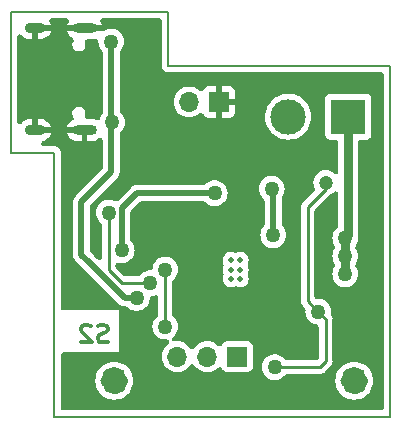
<source format=gbl>
%TF.GenerationSoftware,KiCad,Pcbnew,7.0.2*%
%TF.CreationDate,2025-03-07T15:31:29-05:00*%
%TF.ProjectId,3BQ5101eBRHLR,33425135-3130-4316-9542-52484c522e6b,rev?*%
%TF.SameCoordinates,Original*%
%TF.FileFunction,Copper,L2,Bot*%
%TF.FilePolarity,Positive*%
%FSLAX46Y46*%
G04 Gerber Fmt 4.6, Leading zero omitted, Abs format (unit mm)*
G04 Created by KiCad (PCBNEW 7.0.2) date 2025-03-07 15:31:29*
%MOMM*%
%LPD*%
G01*
G04 APERTURE LIST*
%TA.AperFunction,NonConductor*%
%ADD10C,0.200000*%
%TD*%
%TA.AperFunction,NonConductor*%
%ADD11C,1.150000*%
%TD*%
%ADD12C,0.300000*%
%TA.AperFunction,NonConductor*%
%ADD13C,0.300000*%
%TD*%
%TA.AperFunction,ComponentPad*%
%ADD14R,1.700000X1.700000*%
%TD*%
%TA.AperFunction,ComponentPad*%
%ADD15O,1.700000X1.700000*%
%TD*%
%TA.AperFunction,ComponentPad*%
%ADD16O,2.000000X0.900000*%
%TD*%
%TA.AperFunction,ComponentPad*%
%ADD17O,1.700000X0.900000*%
%TD*%
%TA.AperFunction,ComponentPad*%
%ADD18C,0.508000*%
%TD*%
%TA.AperFunction,ComponentPad*%
%ADD19R,3.000000X3.000000*%
%TD*%
%TA.AperFunction,ComponentPad*%
%ADD20C,3.000000*%
%TD*%
%TA.AperFunction,ViaPad*%
%ADD21C,1.270000*%
%TD*%
%TA.AperFunction,ViaPad*%
%ADD22C,1.200000*%
%TD*%
%TA.AperFunction,Conductor*%
%ADD23C,0.500000*%
%TD*%
%TA.AperFunction,Conductor*%
%ADD24C,0.250000*%
%TD*%
%TA.AperFunction,Conductor*%
%ADD25C,0.550000*%
%TD*%
%TA.AperFunction,Conductor*%
%ADD26C,0.750000*%
%TD*%
G04 APERTURE END LIST*
D10*
X158750000Y-87376000D02*
X145415000Y-87376000D01*
X177546000Y-91948000D02*
X158750000Y-91948000D01*
X145415000Y-99314000D02*
X149098000Y-99314000D01*
D11*
X175073000Y-118618000D02*
G75*
G03*
X175073000Y-118618000I-575000J0D01*
G01*
D10*
X158750000Y-91948000D02*
X158750000Y-87376000D01*
X149098000Y-99314000D02*
X149098000Y-121666000D01*
X145415000Y-87376000D02*
X145415000Y-99314000D01*
X149098000Y-121666000D02*
X177546000Y-121666000D01*
X177546000Y-121666000D02*
X177546000Y-91948000D01*
D11*
X154753000Y-118618000D02*
G75*
G03*
X154753000Y-118618000I-575000J0D01*
G01*
D12*
D13*
X153638285Y-115315000D02*
X153424000Y-115386428D01*
X153424000Y-115386428D02*
X153066857Y-115386428D01*
X153066857Y-115386428D02*
X152924000Y-115315000D01*
X152924000Y-115315000D02*
X152852571Y-115243571D01*
X152852571Y-115243571D02*
X152781142Y-115100714D01*
X152781142Y-115100714D02*
X152781142Y-114957857D01*
X152781142Y-114957857D02*
X152852571Y-114815000D01*
X152852571Y-114815000D02*
X152924000Y-114743571D01*
X152924000Y-114743571D02*
X153066857Y-114672142D01*
X153066857Y-114672142D02*
X153352571Y-114600714D01*
X153352571Y-114600714D02*
X153495428Y-114529285D01*
X153495428Y-114529285D02*
X153566857Y-114457857D01*
X153566857Y-114457857D02*
X153638285Y-114315000D01*
X153638285Y-114315000D02*
X153638285Y-114172142D01*
X153638285Y-114172142D02*
X153566857Y-114029285D01*
X153566857Y-114029285D02*
X153495428Y-113957857D01*
X153495428Y-113957857D02*
X153352571Y-113886428D01*
X153352571Y-113886428D02*
X152995428Y-113886428D01*
X152995428Y-113886428D02*
X152781142Y-113957857D01*
X152209714Y-114029285D02*
X152138286Y-113957857D01*
X152138286Y-113957857D02*
X151995429Y-113886428D01*
X151995429Y-113886428D02*
X151638286Y-113886428D01*
X151638286Y-113886428D02*
X151495429Y-113957857D01*
X151495429Y-113957857D02*
X151424000Y-114029285D01*
X151424000Y-114029285D02*
X151352571Y-114172142D01*
X151352571Y-114172142D02*
X151352571Y-114315000D01*
X151352571Y-114315000D02*
X151424000Y-114529285D01*
X151424000Y-114529285D02*
X152281143Y-115386428D01*
X152281143Y-115386428D02*
X151352571Y-115386428D01*
D14*
%TO.P,Out1,1,Pin_1*%
%TO.N,GND*%
X163048000Y-95021000D03*
D15*
%TO.P,Out1,2,Pin_2*%
%TO.N,OUT*%
X160508000Y-95021000D03*
%TD*%
D16*
%TO.P,J3,S1,SHIELD*%
%TO.N,GND*%
X151663000Y-88771000D03*
D17*
X147493000Y-88771000D03*
D16*
X151663000Y-97411000D03*
D17*
X147493000Y-97411000D03*
%TD*%
D18*
%TO.P,U1,V*%
%TO.N,N/C*%
X164058600Y-108432600D03*
X164058600Y-109220000D03*
X164058600Y-110007400D03*
X164846000Y-108432600D03*
X164846000Y-109220000D03*
X164846000Y-110007400D03*
%TD*%
D14*
%TO.P,EN1,1,Pin_1*%
%TO.N,Net-(EN1-Pin_1)*%
X164592000Y-116586000D03*
D15*
%TO.P,EN1,2,Pin_2*%
%TO.N,Net-(EN1-Pin_2)*%
X162052000Y-116586000D03*
%TO.P,EN1,3,Pin_3*%
%TO.N,Net-(EN1-Pin_3)*%
X159512000Y-116586000D03*
%TD*%
D19*
%TO.P,Coil1,1,Pin_1*%
%TO.N,AC2*%
X173990000Y-96266000D03*
D20*
%TO.P,Coil1,2,Pin_2*%
%TO.N,Net-(Coil1-Pin_2)*%
X168910000Y-96266000D03*
%TD*%
D21*
%TO.N,AC1*%
X154813000Y-107569000D03*
X162679000Y-102751000D03*
%TO.N,AC2*%
X167640000Y-106299000D03*
X173736000Y-108077000D03*
X167513000Y-102362000D03*
X173736000Y-106553000D03*
X173736000Y-109601000D03*
D22*
%TO.N,FOD*%
X172085000Y-101854000D03*
D21*
X167767000Y-117475000D03*
X171450000Y-112776000D03*
D22*
%TO.N,GND*%
X174752000Y-111506000D03*
D21*
X158750000Y-100838000D03*
X156464000Y-113792000D03*
X164719000Y-105283000D03*
X152527000Y-111506000D03*
%TO.N,Net-(EN1-Pin_3)*%
X158496000Y-109220000D03*
X158496000Y-114046000D03*
%TO.N,Net-(Q1-G)*%
X157226000Y-110363000D03*
X153704000Y-104394000D03*
%TO.N,Net-(U1-AD)*%
X156083000Y-111628000D03*
X154015500Y-96755279D03*
X153924000Y-89916000D03*
%TD*%
D23*
%TO.N,AC1*%
X154813000Y-107569000D02*
X154813000Y-104016099D01*
X156078099Y-102751000D02*
X162679000Y-102751000D01*
X154813000Y-104016099D02*
X156078099Y-102751000D01*
D24*
%TO.N,AC2*%
X173736000Y-107696000D02*
X173736000Y-108077000D01*
X167513000Y-102362000D02*
X167640000Y-102489000D01*
X167640000Y-106553000D02*
X167640000Y-106299000D01*
D25*
X167640000Y-102489000D02*
X167640000Y-106553000D01*
D26*
X173990000Y-97155000D02*
X173990000Y-106299000D01*
X173736000Y-106553000D02*
X173736000Y-108077000D01*
X173736000Y-109601000D02*
X173736000Y-107696000D01*
D23*
X173990000Y-106299000D02*
X173736000Y-106553000D01*
D24*
%TO.N,FOD*%
X172080099Y-113419000D02*
X171450000Y-112788901D01*
X172085000Y-101854000D02*
X172085000Y-102425500D01*
X172085000Y-102425500D02*
X170556099Y-103954401D01*
X167775000Y-117483000D02*
X171572099Y-117483000D01*
X167767000Y-117475000D02*
X167775000Y-117483000D01*
X171572099Y-117483000D02*
X172080099Y-116975000D01*
X172080099Y-116975000D02*
X172080099Y-113419000D01*
X170556099Y-103954401D02*
X170556099Y-111882099D01*
X170556099Y-111882099D02*
X171450000Y-112776000D01*
X171450000Y-112788901D02*
X171450000Y-112776000D01*
%TO.N,Net-(EN1-Pin_3)*%
X158496000Y-109220000D02*
X158496000Y-114046000D01*
%TO.N,Net-(Q1-G)*%
X153704000Y-109254000D02*
X154813000Y-110363000D01*
X153704000Y-104394000D02*
X153704000Y-109254000D01*
X154813000Y-110363000D02*
X157226000Y-110363000D01*
D23*
%TO.N,Net-(U1-AD)*%
X153924000Y-96663779D02*
X153924000Y-89916000D01*
X155062000Y-111628000D02*
X156083000Y-111628000D01*
X151384000Y-107950000D02*
X152019000Y-108585000D01*
D24*
X154015500Y-96755279D02*
X153924000Y-96846779D01*
D23*
X151384000Y-103505000D02*
X151384000Y-107950000D01*
X153924000Y-96846779D02*
X153924000Y-100965000D01*
X153924000Y-100965000D02*
X151384000Y-103505000D01*
D24*
X154015500Y-96755279D02*
X153924000Y-96663779D01*
D23*
X152019000Y-108585000D02*
X155062000Y-111628000D01*
%TD*%
%TA.AperFunction,Conductor*%
%TO.N,GND*%
G36*
X150200844Y-87945866D02*
G01*
X150276199Y-88000615D01*
X150322772Y-88081280D01*
X150332508Y-88173914D01*
X150310843Y-88249148D01*
X150217540Y-88439359D01*
X150196402Y-88520998D01*
X150196404Y-88521000D01*
X150946889Y-88521000D01*
X150907390Y-88545457D01*
X150839799Y-88634962D01*
X150809105Y-88742840D01*
X150819454Y-88854521D01*
X150869448Y-88954922D01*
X150941931Y-89021000D01*
X150192529Y-89021000D01*
X150255687Y-89191531D01*
X150357886Y-89355495D01*
X150491007Y-89495538D01*
X150652029Y-89607613D01*
X150715745Y-89675556D01*
X150746318Y-89763540D01*
X150738461Y-89856352D01*
X150707067Y-89920639D01*
X150689622Y-89945352D01*
X150638946Y-90087941D01*
X150628618Y-90238921D01*
X150659408Y-90387086D01*
X150729028Y-90521446D01*
X150832318Y-90632043D01*
X150832320Y-90632044D01*
X150961618Y-90710672D01*
X151107335Y-90751500D01*
X151107336Y-90751500D01*
X151213007Y-90751500D01*
X151220658Y-90751500D01*
X151332920Y-90736070D01*
X151471720Y-90675780D01*
X151589108Y-90580278D01*
X151676377Y-90456647D01*
X151727054Y-90314056D01*
X151737381Y-90163079D01*
X151706592Y-90014915D01*
X151701534Y-89990574D01*
X151701958Y-89897431D01*
X151740231Y-89812512D01*
X151809733Y-89750502D01*
X151898449Y-89722123D01*
X151920849Y-89721000D01*
X152255493Y-89721000D01*
X152266823Y-89720425D01*
X152405222Y-89706351D01*
X152545534Y-89662328D01*
X152638262Y-89653531D01*
X152726551Y-89683210D01*
X152795136Y-89746234D01*
X152832157Y-89831705D01*
X152835636Y-89896721D01*
X152833849Y-89916002D01*
X152852411Y-90116315D01*
X152907463Y-90309805D01*
X152945945Y-90387086D01*
X152997136Y-90489890D01*
X153104485Y-90632044D01*
X153118370Y-90650430D01*
X153150406Y-90679634D01*
X153204691Y-90755324D01*
X153223500Y-90845173D01*
X153223500Y-95927722D01*
X153204134Y-96018831D01*
X153178257Y-96062711D01*
X153088636Y-96181389D01*
X152998964Y-96361471D01*
X152979155Y-96431094D01*
X152935595Y-96513425D01*
X152862314Y-96570921D01*
X152771982Y-96593640D01*
X152680220Y-96577654D01*
X152675370Y-96575639D01*
X152498864Y-96499894D01*
X152309605Y-96461000D01*
X151913978Y-96461000D01*
X151822869Y-96441634D01*
X151747514Y-96386885D01*
X151700941Y-96306220D01*
X151691205Y-96213586D01*
X151702912Y-96161987D01*
X151727053Y-96094058D01*
X151727054Y-96094056D01*
X151737381Y-95943079D01*
X151706592Y-95794915D01*
X151636971Y-95660553D01*
X151636970Y-95660552D01*
X151533681Y-95549956D01*
X151404382Y-95471328D01*
X151390702Y-95467495D01*
X151258665Y-95430500D01*
X151145342Y-95430500D01*
X151137770Y-95431540D01*
X151137766Y-95431541D01*
X151033079Y-95445930D01*
X150894279Y-95506220D01*
X150776892Y-95601721D01*
X150689621Y-95725354D01*
X150638946Y-95867941D01*
X150628618Y-96018921D01*
X150659408Y-96167086D01*
X150723915Y-96291579D01*
X150748637Y-96381383D01*
X150734694Y-96473478D01*
X150684499Y-96551940D01*
X150633738Y-96590487D01*
X150567499Y-96627252D01*
X150420894Y-96753107D01*
X150302628Y-96905895D01*
X150217540Y-97079359D01*
X150196402Y-97160998D01*
X150196404Y-97161000D01*
X150946889Y-97161000D01*
X150907390Y-97185457D01*
X150839799Y-97274962D01*
X150809105Y-97382840D01*
X150819454Y-97494521D01*
X150869448Y-97594922D01*
X150941931Y-97661000D01*
X150192529Y-97661000D01*
X150255687Y-97831531D01*
X150357886Y-97995495D01*
X150491007Y-98135538D01*
X150649586Y-98245913D01*
X150827135Y-98322105D01*
X151016395Y-98361000D01*
X151413000Y-98361000D01*
X151413000Y-97711000D01*
X151913000Y-97711000D01*
X151913000Y-98361000D01*
X152255493Y-98361000D01*
X152266823Y-98360425D01*
X152405222Y-98346351D01*
X152589570Y-98288511D01*
X152758502Y-98194746D01*
X152853593Y-98113114D01*
X152935337Y-98068462D01*
X153028175Y-98060919D01*
X153116055Y-98091789D01*
X153183782Y-98155734D01*
X153219645Y-98241697D01*
X153223500Y-98283076D01*
X153223500Y-100582058D01*
X153204134Y-100673167D01*
X153157892Y-100740450D01*
X150908417Y-102989924D01*
X150898567Y-102999196D01*
X150855816Y-103037070D01*
X150823366Y-103084081D01*
X150815354Y-103094970D01*
X150780120Y-103139945D01*
X150779689Y-103140903D01*
X150759781Y-103176201D01*
X150759181Y-103177069D01*
X150738927Y-103230474D01*
X150733753Y-103242967D01*
X150710304Y-103295070D01*
X150710113Y-103296115D01*
X150699234Y-103335139D01*
X150698860Y-103336124D01*
X150691975Y-103392821D01*
X150689940Y-103406190D01*
X150679641Y-103462391D01*
X150683091Y-103519405D01*
X150683500Y-103532933D01*
X150683500Y-107922065D01*
X150683091Y-107935593D01*
X150679641Y-107992605D01*
X150689938Y-108048793D01*
X150691973Y-108062164D01*
X150698859Y-108118871D01*
X150699229Y-108119845D01*
X150710115Y-108158894D01*
X150710305Y-108159933D01*
X150733753Y-108212032D01*
X150738930Y-108224531D01*
X150759183Y-108277934D01*
X150759777Y-108278794D01*
X150779688Y-108314096D01*
X150780119Y-108315053D01*
X150815353Y-108360027D01*
X150823370Y-108370922D01*
X150855817Y-108417929D01*
X150898568Y-108455803D01*
X150908420Y-108465077D01*
X151493706Y-109050362D01*
X151493710Y-109050367D01*
X154546930Y-112103587D01*
X154556188Y-112113422D01*
X154594071Y-112156183D01*
X154617464Y-112172330D01*
X154641081Y-112188632D01*
X154651977Y-112196650D01*
X154718355Y-112248654D01*
X154717354Y-112249931D01*
X154761118Y-112281995D01*
X154761683Y-112282983D01*
X154788231Y-112281592D01*
X154845127Y-112298571D01*
X154850713Y-112301085D01*
X154852069Y-112301695D01*
X154853095Y-112301883D01*
X154892158Y-112312772D01*
X154893128Y-112313140D01*
X154949818Y-112320023D01*
X154963195Y-112322059D01*
X155019393Y-112332358D01*
X155019393Y-112332357D01*
X155019394Y-112332358D01*
X155076407Y-112328909D01*
X155089935Y-112328500D01*
X155153372Y-112328500D01*
X155244481Y-112347866D01*
X155304279Y-112386961D01*
X155426040Y-112497960D01*
X155597075Y-112603861D01*
X155659034Y-112627864D01*
X155784666Y-112676534D01*
X155982414Y-112713500D01*
X156183586Y-112713500D01*
X156381334Y-112676534D01*
X156568922Y-112603862D01*
X156605686Y-112581099D01*
X156739959Y-112497960D01*
X156739959Y-112497959D01*
X156739962Y-112497958D01*
X156888631Y-112362429D01*
X157009864Y-112201890D01*
X157099535Y-112021808D01*
X157154588Y-111828315D01*
X157163933Y-111727465D01*
X157171764Y-111642959D01*
X157199453Y-111554025D01*
X157260922Y-111484043D01*
X157345540Y-111445112D01*
X157353639Y-111443442D01*
X157524334Y-111411534D01*
X157615583Y-111376183D01*
X157707534Y-111361330D01*
X157797578Y-111385160D01*
X157870146Y-111443555D01*
X157912688Y-111526416D01*
X157920500Y-111585058D01*
X157920500Y-113002874D01*
X157901134Y-113093983D01*
X157847408Y-113168412D01*
X157690368Y-113311571D01*
X157569136Y-113472109D01*
X157479463Y-113652194D01*
X157424411Y-113845684D01*
X157405849Y-114045999D01*
X157424411Y-114246315D01*
X157479463Y-114439805D01*
X157569136Y-114619890D01*
X157690368Y-114780428D01*
X157839040Y-114915960D01*
X158010075Y-115021861D01*
X158197666Y-115094534D01*
X158395414Y-115131500D01*
X158611450Y-115131500D01*
X158702559Y-115150866D01*
X158777914Y-115205615D01*
X158824487Y-115286280D01*
X158834223Y-115378914D01*
X158805440Y-115467500D01*
X158743114Y-115536720D01*
X158739931Y-115538990D01*
X158672862Y-115585951D01*
X158511951Y-115746862D01*
X158381431Y-115933265D01*
X158285260Y-116139504D01*
X158226365Y-116359304D01*
X158206532Y-116586000D01*
X158226365Y-116812695D01*
X158285260Y-117032495D01*
X158381431Y-117238734D01*
X158511951Y-117425137D01*
X158672862Y-117586048D01*
X158859265Y-117716568D01*
X158948438Y-117758150D01*
X159065504Y-117812739D01*
X159285308Y-117871635D01*
X159512000Y-117891468D01*
X159738692Y-117871635D01*
X159958496Y-117812739D01*
X160164734Y-117716568D01*
X160351139Y-117586047D01*
X160512047Y-117425139D01*
X160598509Y-117301656D01*
X160666630Y-117238132D01*
X160754700Y-117207807D01*
X160847490Y-117215924D01*
X160928956Y-117261081D01*
X160965489Y-117301655D01*
X161040379Y-117408609D01*
X161051953Y-117425139D01*
X161212862Y-117586048D01*
X161399265Y-117716568D01*
X161488438Y-117758150D01*
X161605504Y-117812739D01*
X161825308Y-117871635D01*
X162052000Y-117891468D01*
X162278692Y-117871635D01*
X162498496Y-117812739D01*
X162704734Y-117716568D01*
X162891139Y-117586047D01*
X162954696Y-117522489D01*
X163032811Y-117471761D01*
X163124809Y-117457189D01*
X163214780Y-117481296D01*
X163287167Y-117539913D01*
X163324517Y-117606900D01*
X163339207Y-117648883D01*
X163419849Y-117758150D01*
X163529116Y-117838792D01*
X163529117Y-117838792D01*
X163529118Y-117838793D01*
X163657301Y-117883646D01*
X163687734Y-117886500D01*
X163692974Y-117886500D01*
X165491026Y-117886500D01*
X165496266Y-117886500D01*
X165526699Y-117883646D01*
X165654882Y-117838793D01*
X165764150Y-117758150D01*
X165844793Y-117648882D01*
X165889646Y-117520699D01*
X165892500Y-117490266D01*
X165892500Y-117474999D01*
X166676849Y-117474999D01*
X166695411Y-117675315D01*
X166750463Y-117868805D01*
X166840136Y-118048890D01*
X166961368Y-118209428D01*
X167110040Y-118344960D01*
X167281075Y-118450861D01*
X167281078Y-118450862D01*
X167468666Y-118523534D01*
X167666414Y-118560500D01*
X167867586Y-118560500D01*
X168065334Y-118523534D01*
X168252922Y-118450862D01*
X168423962Y-118344958D01*
X168572631Y-118209429D01*
X168619390Y-118147509D01*
X168689750Y-118086473D01*
X168778853Y-118059332D01*
X168798146Y-118058500D01*
X171519702Y-118058500D01*
X171548938Y-118060415D01*
X171572099Y-118063465D01*
X171609807Y-118058500D01*
X171609818Y-118058500D01*
X171609819Y-118058500D01*
X171722335Y-118043687D01*
X171862332Y-117985698D01*
X171884732Y-117968509D01*
X171921666Y-117940170D01*
X171981793Y-117894033D01*
X171981802Y-117894024D01*
X171982550Y-117893451D01*
X171996770Y-117874917D01*
X172016081Y-117852896D01*
X172449995Y-117418982D01*
X172472016Y-117399671D01*
X172490550Y-117385451D01*
X172491120Y-117384707D01*
X172491124Y-117384704D01*
X172541414Y-117319164D01*
X172582797Y-117265233D01*
X172640786Y-117125236D01*
X172645244Y-117091373D01*
X172645277Y-117091127D01*
X172652995Y-117032496D01*
X172655599Y-117012720D01*
X172655599Y-117012714D01*
X172660564Y-116975000D01*
X172657515Y-116951839D01*
X172655599Y-116922602D01*
X172655599Y-113471404D01*
X172657515Y-113442167D01*
X172657618Y-113441382D01*
X172660565Y-113419000D01*
X172640786Y-113268765D01*
X172637417Y-113260632D01*
X172616284Y-113209612D01*
X172582798Y-113128768D01*
X172569010Y-113110799D01*
X172528911Y-113026730D01*
X172523677Y-112953768D01*
X172540150Y-112775999D01*
X172521588Y-112575684D01*
X172466536Y-112382194D01*
X172456694Y-112362428D01*
X172376864Y-112202110D01*
X172255631Y-112041571D01*
X172106962Y-111906042D01*
X172106959Y-111906039D01*
X171935924Y-111800138D01*
X171748333Y-111727465D01*
X171550586Y-111690500D01*
X171355599Y-111690500D01*
X171264490Y-111671134D01*
X171189135Y-111616385D01*
X171142562Y-111535720D01*
X171131599Y-111466500D01*
X171131599Y-104285564D01*
X171150965Y-104194455D01*
X171197204Y-104127175D01*
X172454896Y-102869482D01*
X172476909Y-102850177D01*
X172495451Y-102835951D01*
X172495452Y-102835948D01*
X172518853Y-102817994D01*
X172521281Y-102821158D01*
X172550033Y-102796589D01*
X172551095Y-102796015D01*
X172671450Y-102731685D01*
X172798398Y-102627501D01*
X172881109Y-102584674D01*
X172974092Y-102579190D01*
X173061267Y-102612000D01*
X173127560Y-102677431D01*
X173161508Y-102764168D01*
X173164500Y-102800657D01*
X173164500Y-105506227D01*
X173145134Y-105597336D01*
X173091408Y-105671765D01*
X172930369Y-105818571D01*
X172809136Y-105979109D01*
X172719463Y-106159194D01*
X172664411Y-106352684D01*
X172645849Y-106552999D01*
X172664411Y-106753315D01*
X172719463Y-106946805D01*
X172809135Y-107126887D01*
X172809136Y-107126890D01*
X172849250Y-107180010D01*
X172888701Y-107264386D01*
X172890422Y-107357515D01*
X172854116Y-107443292D01*
X172849251Y-107449988D01*
X172809134Y-107503111D01*
X172719464Y-107683192D01*
X172664411Y-107876684D01*
X172645849Y-108077000D01*
X172664411Y-108277315D01*
X172719463Y-108470805D01*
X172794030Y-108620553D01*
X172809136Y-108650890D01*
X172849250Y-108704010D01*
X172888701Y-108788386D01*
X172890422Y-108881515D01*
X172854116Y-108967292D01*
X172849251Y-108973988D01*
X172809134Y-109027111D01*
X172719464Y-109207192D01*
X172664411Y-109400684D01*
X172645849Y-109600999D01*
X172664411Y-109801315D01*
X172719463Y-109994805D01*
X172809136Y-110174890D01*
X172930368Y-110335428D01*
X173079040Y-110470960D01*
X173250075Y-110576861D01*
X173250078Y-110576862D01*
X173437666Y-110649534D01*
X173635414Y-110686500D01*
X173836586Y-110686500D01*
X174034334Y-110649534D01*
X174221922Y-110576862D01*
X174392962Y-110470958D01*
X174541631Y-110335429D01*
X174662864Y-110174890D01*
X174752535Y-109994808D01*
X174807588Y-109801315D01*
X174826150Y-109601000D01*
X174807588Y-109400685D01*
X174777117Y-109293591D01*
X174752535Y-109207192D01*
X174662865Y-109027110D01*
X174622750Y-108973990D01*
X174583298Y-108889613D01*
X174581577Y-108796484D01*
X174617883Y-108710707D01*
X174622699Y-108704077D01*
X174662864Y-108650890D01*
X174752535Y-108470808D01*
X174761597Y-108438960D01*
X174807588Y-108277315D01*
X174826150Y-108077000D01*
X174807588Y-107876684D01*
X174752535Y-107683192D01*
X174662865Y-107503110D01*
X174622750Y-107449990D01*
X174583298Y-107365613D01*
X174581577Y-107272484D01*
X174617883Y-107186707D01*
X174622699Y-107180077D01*
X174662864Y-107126890D01*
X174752535Y-106946808D01*
X174784470Y-106834569D01*
X174807588Y-106753315D01*
X174826150Y-106553001D01*
X174821175Y-106499315D01*
X174815505Y-106438130D01*
X174817062Y-106413147D01*
X174815500Y-106413147D01*
X174815500Y-98440500D01*
X174834866Y-98349391D01*
X174889615Y-98274036D01*
X174970280Y-98227463D01*
X175039500Y-98216500D01*
X175539026Y-98216500D01*
X175544266Y-98216500D01*
X175574699Y-98213646D01*
X175702882Y-98168793D01*
X175812150Y-98088150D01*
X175892793Y-97978882D01*
X175937646Y-97850699D01*
X175940500Y-97820266D01*
X175940500Y-94711734D01*
X175937646Y-94681301D01*
X175892793Y-94553118D01*
X175880396Y-94536320D01*
X175812150Y-94443849D01*
X175702883Y-94363207D01*
X175574700Y-94318354D01*
X175571676Y-94318070D01*
X175544266Y-94315500D01*
X172435734Y-94315500D01*
X172411345Y-94317787D01*
X172405299Y-94318354D01*
X172277116Y-94363207D01*
X172167849Y-94443849D01*
X172087207Y-94553116D01*
X172042354Y-94681299D01*
X172042353Y-94681301D01*
X172042354Y-94681301D01*
X172039500Y-94711734D01*
X172039500Y-97820266D01*
X172042070Y-97847676D01*
X172042354Y-97850700D01*
X172087207Y-97978883D01*
X172167849Y-98088150D01*
X172277116Y-98168792D01*
X172277117Y-98168792D01*
X172277118Y-98168793D01*
X172405301Y-98213646D01*
X172435734Y-98216500D01*
X172940500Y-98216500D01*
X173031609Y-98235866D01*
X173106964Y-98290615D01*
X173153537Y-98371280D01*
X173164500Y-98440500D01*
X173164500Y-100907342D01*
X173145134Y-100998451D01*
X173090385Y-101073806D01*
X173009720Y-101120379D01*
X172917086Y-101130115D01*
X172828500Y-101101332D01*
X172798401Y-101080500D01*
X172671450Y-100976315D01*
X172671448Y-100976314D01*
X172671447Y-100976313D01*
X172587508Y-100931447D01*
X172488954Y-100878768D01*
X172290934Y-100818700D01*
X172290932Y-100818699D01*
X172290930Y-100818699D01*
X172085000Y-100798416D01*
X171879069Y-100818699D01*
X171879065Y-100818700D01*
X171879066Y-100818700D01*
X171681046Y-100878768D01*
X171681044Y-100878768D01*
X171681044Y-100878769D01*
X171498553Y-100976313D01*
X171498551Y-100976314D01*
X171498550Y-100976315D01*
X171338590Y-101107590D01*
X171316228Y-101134839D01*
X171207313Y-101267553D01*
X171147025Y-101380344D01*
X171109768Y-101450046D01*
X171102110Y-101475291D01*
X171049699Y-101648069D01*
X171029416Y-101854000D01*
X171049699Y-102059930D01*
X171049699Y-102059932D01*
X171049700Y-102059934D01*
X171099109Y-102222817D01*
X171109769Y-102257956D01*
X171146018Y-102325773D01*
X171171888Y-102415253D01*
X171159126Y-102507519D01*
X171109939Y-102586618D01*
X171106860Y-102589758D01*
X170186207Y-103510411D01*
X170164185Y-103529724D01*
X170145649Y-103543947D01*
X170122488Y-103574131D01*
X170122487Y-103574133D01*
X170111513Y-103588435D01*
X170053401Y-103664166D01*
X169995412Y-103804163D01*
X169980599Y-103916682D01*
X169980599Y-103916687D01*
X169975634Y-103954400D01*
X169978683Y-103977561D01*
X169980599Y-104006798D01*
X169980599Y-111829701D01*
X169978683Y-111858938D01*
X169975633Y-111882098D01*
X169980599Y-111919813D01*
X169980599Y-111919818D01*
X169995412Y-112032336D01*
X170046712Y-112156182D01*
X170046712Y-112156183D01*
X170053401Y-112172332D01*
X170122487Y-112262367D01*
X170122489Y-112262369D01*
X170128964Y-112270807D01*
X170128965Y-112270809D01*
X170145647Y-112292549D01*
X170164180Y-112306770D01*
X170186209Y-112326089D01*
X170308924Y-112448804D01*
X170359654Y-112526922D01*
X170374225Y-112618919D01*
X170373576Y-112627864D01*
X170359849Y-112775999D01*
X170378411Y-112976315D01*
X170433463Y-113169805D01*
X170523136Y-113349890D01*
X170644368Y-113510428D01*
X170793040Y-113645960D01*
X170964075Y-113751861D01*
X170964078Y-113751862D01*
X171151666Y-113824534D01*
X171321760Y-113856330D01*
X171407758Y-113892107D01*
X171471770Y-113959771D01*
X171502727Y-114047620D01*
X171504599Y-114076516D01*
X171504598Y-116643836D01*
X171485232Y-116734945D01*
X171438994Y-116802224D01*
X171399328Y-116841890D01*
X171321216Y-116892620D01*
X171240936Y-116907500D01*
X168810228Y-116907500D01*
X168719119Y-116888134D01*
X168643764Y-116833385D01*
X168631472Y-116818490D01*
X168572631Y-116740571D01*
X168423959Y-116605039D01*
X168252924Y-116499138D01*
X168065333Y-116426465D01*
X167867586Y-116389500D01*
X167666414Y-116389500D01*
X167468666Y-116426465D01*
X167281075Y-116499138D01*
X167110040Y-116605039D01*
X166961368Y-116740571D01*
X166840136Y-116901109D01*
X166750463Y-117081194D01*
X166695411Y-117274684D01*
X166676849Y-117474999D01*
X165892500Y-117474999D01*
X165892500Y-115681734D01*
X165889646Y-115651301D01*
X165844793Y-115523118D01*
X165844792Y-115523116D01*
X165764150Y-115413849D01*
X165654883Y-115333207D01*
X165526700Y-115288354D01*
X165523676Y-115288070D01*
X165496266Y-115285500D01*
X163687734Y-115285500D01*
X163663345Y-115287787D01*
X163657299Y-115288354D01*
X163529116Y-115333207D01*
X163419849Y-115413849D01*
X163339207Y-115523116D01*
X163324517Y-115565100D01*
X163276146Y-115644700D01*
X163199581Y-115697744D01*
X163108061Y-115715061D01*
X163017409Y-115693655D01*
X162954695Y-115649509D01*
X162891137Y-115585951D01*
X162704734Y-115455431D01*
X162498495Y-115359260D01*
X162278695Y-115300365D01*
X162052000Y-115280532D01*
X161825304Y-115300365D01*
X161605504Y-115359260D01*
X161399265Y-115455431D01*
X161212862Y-115585951D01*
X161051951Y-115746862D01*
X160965490Y-115870343D01*
X160897369Y-115933867D01*
X160809299Y-115964192D01*
X160716509Y-115956074D01*
X160635043Y-115910917D01*
X160598510Y-115870343D01*
X160512048Y-115746862D01*
X160351137Y-115585951D01*
X160164734Y-115455431D01*
X159958495Y-115359260D01*
X159738695Y-115300365D01*
X159561618Y-115284873D01*
X159512000Y-115280532D01*
X159511999Y-115280532D01*
X159332627Y-115296225D01*
X159240177Y-115284873D01*
X159160336Y-115236900D01*
X159106911Y-115160601D01*
X159089138Y-115069167D01*
X159110091Y-114978410D01*
X159162194Y-114907541D01*
X159301631Y-114780429D01*
X159422864Y-114619890D01*
X159512535Y-114439808D01*
X159567588Y-114246315D01*
X159586150Y-114046000D01*
X159569054Y-113861500D01*
X159567588Y-113845684D01*
X159512536Y-113652194D01*
X159509431Y-113645958D01*
X159422864Y-113472110D01*
X159301631Y-113311571D01*
X159152962Y-113176042D01*
X159152961Y-113176041D01*
X159144592Y-113168412D01*
X159090309Y-113092721D01*
X159071500Y-113002874D01*
X159071500Y-110263126D01*
X159090866Y-110172017D01*
X159144592Y-110097588D01*
X159152962Y-110089958D01*
X159243524Y-110007400D01*
X163348926Y-110007400D01*
X163369548Y-110177236D01*
X163430215Y-110337202D01*
X163527401Y-110478001D01*
X163655459Y-110591450D01*
X163806946Y-110670957D01*
X163973058Y-110711900D01*
X164144142Y-110711900D01*
X164310254Y-110670957D01*
X164348201Y-110651040D01*
X164437873Y-110625847D01*
X164530040Y-110639305D01*
X164556396Y-110651039D01*
X164594346Y-110670957D01*
X164760458Y-110711900D01*
X164931542Y-110711900D01*
X165097654Y-110670957D01*
X165249141Y-110591450D01*
X165377199Y-110478001D01*
X165474385Y-110337202D01*
X165535052Y-110177236D01*
X165555674Y-110007400D01*
X165535052Y-109837564D01*
X165480274Y-109693126D01*
X165466075Y-109601076D01*
X165480273Y-109534275D01*
X165535052Y-109389836D01*
X165555674Y-109220000D01*
X165535052Y-109050164D01*
X165480274Y-108905726D01*
X165466075Y-108813676D01*
X165480273Y-108746875D01*
X165535052Y-108602436D01*
X165555674Y-108432600D01*
X165535052Y-108262764D01*
X165474385Y-108102798D01*
X165377199Y-107961999D01*
X165249141Y-107848550D01*
X165097654Y-107769043D01*
X165097653Y-107769042D01*
X165097652Y-107769042D01*
X164931542Y-107728100D01*
X164760458Y-107728100D01*
X164594346Y-107769042D01*
X164556397Y-107788960D01*
X164466724Y-107814152D01*
X164374557Y-107800693D01*
X164348203Y-107788960D01*
X164310253Y-107769042D01*
X164144142Y-107728100D01*
X163973058Y-107728100D01*
X163806947Y-107769042D01*
X163655458Y-107848550D01*
X163527401Y-107961999D01*
X163430215Y-108102798D01*
X163369548Y-108262763D01*
X163348926Y-108432600D01*
X163369548Y-108602436D01*
X163424324Y-108746869D01*
X163438524Y-108838925D01*
X163424324Y-108905731D01*
X163369548Y-109050163D01*
X163348926Y-109219999D01*
X163369548Y-109389836D01*
X163424324Y-109534269D01*
X163438524Y-109626325D01*
X163424324Y-109693131D01*
X163388535Y-109787500D01*
X163369548Y-109837564D01*
X163348926Y-110007400D01*
X159243524Y-110007400D01*
X159301631Y-109954429D01*
X159422864Y-109793890D01*
X159512535Y-109613808D01*
X159516180Y-109600999D01*
X159567588Y-109420315D01*
X159586150Y-109220000D01*
X159567588Y-109019684D01*
X159512536Y-108826194D01*
X159473036Y-108746868D01*
X159422864Y-108646110D01*
X159301631Y-108485571D01*
X159181541Y-108376095D01*
X159152959Y-108350039D01*
X158981924Y-108244138D01*
X158794333Y-108171465D01*
X158596586Y-108134500D01*
X158395414Y-108134500D01*
X158197666Y-108171465D01*
X158010075Y-108244138D01*
X157839040Y-108350039D01*
X157690368Y-108485571D01*
X157569136Y-108646109D01*
X157479463Y-108826194D01*
X157424411Y-109019684D01*
X157419363Y-109074169D01*
X157391673Y-109163102D01*
X157330205Y-109233084D01*
X157245586Y-109272015D01*
X157196319Y-109277500D01*
X157125414Y-109277500D01*
X156927666Y-109314465D01*
X156740075Y-109387138D01*
X156569040Y-109493039D01*
X156420368Y-109628571D01*
X156367569Y-109698490D01*
X156297209Y-109759526D01*
X156208107Y-109786668D01*
X156188813Y-109787500D01*
X155144164Y-109787500D01*
X155053055Y-109768134D01*
X154985772Y-109721892D01*
X154345108Y-109081228D01*
X154294378Y-109003110D01*
X154279500Y-108922836D01*
X154279500Y-108843326D01*
X154298866Y-108752217D01*
X154353615Y-108676862D01*
X154434280Y-108630289D01*
X154526914Y-108620553D01*
X154544633Y-108623136D01*
X154712414Y-108654500D01*
X154712416Y-108654500D01*
X154913586Y-108654500D01*
X155111334Y-108617534D01*
X155298922Y-108544862D01*
X155346502Y-108515402D01*
X155469959Y-108438960D01*
X155469959Y-108438959D01*
X155469962Y-108438958D01*
X155618631Y-108303429D01*
X155739864Y-108142890D01*
X155829535Y-107962808D01*
X155884588Y-107769315D01*
X155903150Y-107569000D01*
X155891501Y-107443292D01*
X155884588Y-107368684D01*
X155829536Y-107175194D01*
X155805482Y-107126887D01*
X155739864Y-106995110D01*
X155618631Y-106834571D01*
X155618629Y-106834569D01*
X155586590Y-106805361D01*
X155532307Y-106729669D01*
X155513500Y-106639825D01*
X155513500Y-104399040D01*
X155532866Y-104307931D01*
X155579108Y-104240648D01*
X156302648Y-103517108D01*
X156380766Y-103466378D01*
X156461040Y-103451500D01*
X161749372Y-103451500D01*
X161840481Y-103470866D01*
X161900279Y-103509961D01*
X162022040Y-103620960D01*
X162193075Y-103726861D01*
X162193078Y-103726862D01*
X162380666Y-103799534D01*
X162578414Y-103836500D01*
X162779586Y-103836500D01*
X162977334Y-103799534D01*
X163164922Y-103726862D01*
X163335962Y-103620958D01*
X163484631Y-103485429D01*
X163605864Y-103324890D01*
X163695535Y-103144808D01*
X163709301Y-103096427D01*
X163750588Y-102951315D01*
X163764549Y-102800657D01*
X163769150Y-102751000D01*
X163750588Y-102550685D01*
X163750588Y-102550684D01*
X163696903Y-102361999D01*
X166422849Y-102361999D01*
X166441411Y-102562315D01*
X166496463Y-102755805D01*
X166547903Y-102859109D01*
X166586136Y-102935890D01*
X166707369Y-103096429D01*
X166841409Y-103218622D01*
X166895691Y-103294310D01*
X166914500Y-103384158D01*
X166914500Y-105392616D01*
X166895134Y-105483725D01*
X166841411Y-105558151D01*
X166834370Y-105564569D01*
X166713136Y-105725109D01*
X166623463Y-105905194D01*
X166568411Y-106098684D01*
X166549849Y-106298999D01*
X166568411Y-106499315D01*
X166623463Y-106692805D01*
X166713136Y-106872890D01*
X166834368Y-107033428D01*
X166983040Y-107168960D01*
X167154075Y-107274861D01*
X167154078Y-107274862D01*
X167341666Y-107347534D01*
X167539414Y-107384500D01*
X167740586Y-107384500D01*
X167938334Y-107347534D01*
X168125922Y-107274862D01*
X168142842Y-107264386D01*
X168296959Y-107168960D01*
X168296959Y-107168959D01*
X168296962Y-107168958D01*
X168445631Y-107033429D01*
X168566864Y-106872890D01*
X168656535Y-106692808D01*
X168711588Y-106499315D01*
X168730150Y-106299000D01*
X168711588Y-106098685D01*
X168711588Y-106098684D01*
X168656536Y-105905194D01*
X168613402Y-105818571D01*
X168566864Y-105725110D01*
X168445631Y-105564571D01*
X168438589Y-105558151D01*
X168384307Y-105482459D01*
X168365500Y-105392616D01*
X168365500Y-103109440D01*
X168384866Y-103018331D01*
X168410742Y-102974452D01*
X168439864Y-102935890D01*
X168529535Y-102755808D01*
X168584588Y-102562315D01*
X168603150Y-102362000D01*
X168602705Y-102357192D01*
X168584588Y-102161684D01*
X168529536Y-101968194D01*
X168486139Y-101881042D01*
X168439864Y-101788110D01*
X168318631Y-101627571D01*
X168169962Y-101492042D01*
X168169959Y-101492039D01*
X167998924Y-101386138D01*
X167811333Y-101313465D01*
X167613586Y-101276500D01*
X167412414Y-101276500D01*
X167214666Y-101313465D01*
X167027075Y-101386138D01*
X166856040Y-101492039D01*
X166707368Y-101627571D01*
X166586136Y-101788109D01*
X166496463Y-101968194D01*
X166441411Y-102161684D01*
X166422849Y-102361999D01*
X163696903Y-102361999D01*
X163695536Y-102357194D01*
X163679890Y-102325773D01*
X163605864Y-102177110D01*
X163484631Y-102016571D01*
X163431564Y-101968194D01*
X163335959Y-101881039D01*
X163164924Y-101775138D01*
X162977333Y-101702465D01*
X162779586Y-101665500D01*
X162578414Y-101665500D01*
X162380666Y-101702465D01*
X162193075Y-101775138D01*
X162022040Y-101881039D01*
X161900279Y-101992039D01*
X161819902Y-102039107D01*
X161749372Y-102050500D01*
X156106021Y-102050500D01*
X156092497Y-102050091D01*
X156035492Y-102046642D01*
X155979287Y-102056941D01*
X155965921Y-102058975D01*
X155909226Y-102065859D01*
X155908240Y-102066234D01*
X155869208Y-102077115D01*
X155868170Y-102077305D01*
X155868168Y-102077305D01*
X155868167Y-102077306D01*
X155816073Y-102100750D01*
X155803589Y-102105922D01*
X155750165Y-102126183D01*
X155749294Y-102126785D01*
X155714003Y-102146689D01*
X155713040Y-102147122D01*
X155668068Y-102182354D01*
X155657180Y-102190365D01*
X155610171Y-102222815D01*
X155572295Y-102265567D01*
X155563023Y-102275417D01*
X154457665Y-103380775D01*
X154379547Y-103431505D01*
X154287550Y-103446076D01*
X154209463Y-103425152D01*
X154209276Y-103425637D01*
X154204799Y-103423902D01*
X154197579Y-103421968D01*
X154192666Y-103419202D01*
X154189926Y-103418140D01*
X154189922Y-103418138D01*
X154002334Y-103345466D01*
X154002331Y-103345465D01*
X154002330Y-103345465D01*
X153804586Y-103308500D01*
X153603414Y-103308500D01*
X153405666Y-103345465D01*
X153218075Y-103418138D01*
X153047040Y-103524039D01*
X152898368Y-103659571D01*
X152777136Y-103820109D01*
X152687463Y-104000194D01*
X152632411Y-104193684D01*
X152613849Y-104394000D01*
X152632411Y-104594315D01*
X152687463Y-104787805D01*
X152777136Y-104967890D01*
X152898368Y-105128428D01*
X153055408Y-105271588D01*
X153109691Y-105347279D01*
X153128500Y-105437126D01*
X153128500Y-108163058D01*
X153109134Y-108254167D01*
X153054385Y-108329522D01*
X152973720Y-108376095D01*
X152881086Y-108385831D01*
X152792500Y-108357048D01*
X152746108Y-108321450D01*
X152484376Y-108059719D01*
X152484367Y-108059710D01*
X152484362Y-108059706D01*
X152346721Y-107922065D01*
X152150108Y-107725451D01*
X152099378Y-107647333D01*
X152084500Y-107567059D01*
X152084500Y-103887940D01*
X152103866Y-103796831D01*
X152150108Y-103729548D01*
X153267656Y-102612000D01*
X154399600Y-101480055D01*
X154409420Y-101470811D01*
X154452183Y-101432929D01*
X154484642Y-101385902D01*
X154492639Y-101375033D01*
X154527877Y-101330057D01*
X154528298Y-101329119D01*
X154548224Y-101293789D01*
X154548818Y-101292930D01*
X154569085Y-101239487D01*
X154574246Y-101227028D01*
X154597694Y-101174932D01*
X154597881Y-101173906D01*
X154608768Y-101134851D01*
X154609140Y-101133872D01*
X154616026Y-101077155D01*
X154618061Y-101063790D01*
X154628357Y-101007606D01*
X154624909Y-100950602D01*
X154624500Y-100937076D01*
X154624500Y-97767865D01*
X154643866Y-97676756D01*
X154697590Y-97602329D01*
X154821131Y-97489708D01*
X154942364Y-97329169D01*
X155032035Y-97149087D01*
X155087088Y-96955594D01*
X155105650Y-96755279D01*
X155096845Y-96660256D01*
X155087088Y-96554963D01*
X155032036Y-96361473D01*
X155002146Y-96301447D01*
X154942364Y-96181389D01*
X154821131Y-96020850D01*
X154697591Y-95908229D01*
X154643308Y-95832539D01*
X154624500Y-95742692D01*
X154624500Y-95021000D01*
X159202532Y-95021000D01*
X159222365Y-95247695D01*
X159281260Y-95467495D01*
X159377431Y-95673734D01*
X159507951Y-95860137D01*
X159668862Y-96021048D01*
X159855265Y-96151568D01*
X159988263Y-96213586D01*
X160061504Y-96247739D01*
X160281308Y-96306635D01*
X160508000Y-96326468D01*
X160734692Y-96306635D01*
X160954496Y-96247739D01*
X161160734Y-96151568D01*
X161347139Y-96021047D01*
X161372477Y-95995708D01*
X161450592Y-95944979D01*
X161542589Y-95930407D01*
X161632560Y-95954513D01*
X161704948Y-96013130D01*
X161740745Y-96075819D01*
X161754645Y-96113086D01*
X161840810Y-96228189D01*
X161955912Y-96314353D01*
X162090625Y-96364598D01*
X162144201Y-96370358D01*
X162156166Y-96371000D01*
X162798000Y-96371000D01*
X162798000Y-95456501D01*
X162905685Y-95505680D01*
X163012237Y-95521000D01*
X163083763Y-95521000D01*
X163190315Y-95505680D01*
X163298000Y-95456501D01*
X163298000Y-96371000D01*
X163939834Y-96371000D01*
X163951798Y-96370358D01*
X164005374Y-96364598D01*
X164140087Y-96314353D01*
X164204679Y-96266000D01*
X166954517Y-96266000D01*
X166974421Y-96544290D01*
X166974422Y-96544294D01*
X167033729Y-96816923D01*
X167066914Y-96905895D01*
X167131230Y-97078336D01*
X167186943Y-97180366D01*
X167264944Y-97323213D01*
X167432145Y-97546568D01*
X167629432Y-97743855D01*
X167852787Y-97911056D01*
X168097663Y-98044769D01*
X168359077Y-98142271D01*
X168631706Y-98201578D01*
X168800425Y-98213645D01*
X168909999Y-98221482D01*
X168909999Y-98221481D01*
X168910000Y-98221482D01*
X169188294Y-98201578D01*
X169460923Y-98142271D01*
X169722337Y-98044769D01*
X169967213Y-97911056D01*
X170190568Y-97743855D01*
X170387855Y-97546568D01*
X170555056Y-97323213D01*
X170688769Y-97078337D01*
X170786271Y-96816923D01*
X170845578Y-96544294D01*
X170865482Y-96266000D01*
X170845578Y-95987706D01*
X170786271Y-95715077D01*
X170688769Y-95453663D01*
X170555056Y-95208787D01*
X170387855Y-94985432D01*
X170190568Y-94788145D01*
X169967213Y-94620944D01*
X169842996Y-94553116D01*
X169722336Y-94487230D01*
X169591630Y-94438480D01*
X169460923Y-94389729D01*
X169227094Y-94338862D01*
X169188290Y-94330421D01*
X168910000Y-94310517D01*
X168631709Y-94330421D01*
X168527896Y-94353004D01*
X168359077Y-94389729D01*
X168306118Y-94409481D01*
X168097663Y-94487230D01*
X167852785Y-94620945D01*
X167629434Y-94788143D01*
X167432143Y-94985434D01*
X167264945Y-95208785D01*
X167131230Y-95453663D01*
X167076008Y-95601721D01*
X167033729Y-95715077D01*
X167008177Y-95832539D01*
X166974421Y-95987709D01*
X166954517Y-96266000D01*
X164204679Y-96266000D01*
X164255189Y-96228189D01*
X164341353Y-96113087D01*
X164391598Y-95978374D01*
X164397358Y-95924798D01*
X164398000Y-95912833D01*
X164398000Y-95271000D01*
X163481686Y-95271000D01*
X163507493Y-95230844D01*
X163548000Y-95092889D01*
X163548000Y-94949111D01*
X163507493Y-94811156D01*
X163481686Y-94771000D01*
X164398000Y-94771000D01*
X164398000Y-94129166D01*
X164397358Y-94117201D01*
X164391598Y-94063625D01*
X164341353Y-93928912D01*
X164255189Y-93813810D01*
X164140087Y-93727646D01*
X164005374Y-93677401D01*
X163951798Y-93671641D01*
X163939834Y-93671000D01*
X163298000Y-93671000D01*
X163298000Y-94585498D01*
X163190315Y-94536320D01*
X163083763Y-94521000D01*
X163012237Y-94521000D01*
X162905685Y-94536320D01*
X162798000Y-94585498D01*
X162798000Y-93671000D01*
X162156166Y-93671000D01*
X162144201Y-93671641D01*
X162090625Y-93677401D01*
X161955912Y-93727646D01*
X161840810Y-93813810D01*
X161754645Y-93928912D01*
X161740745Y-93966181D01*
X161690760Y-94044777D01*
X161613129Y-94096248D01*
X161521274Y-94111693D01*
X161431078Y-94088443D01*
X161372477Y-94046291D01*
X161347137Y-94020951D01*
X161160734Y-93890431D01*
X160954495Y-93794260D01*
X160734695Y-93735365D01*
X160508000Y-93715532D01*
X160281304Y-93735365D01*
X160061504Y-93794260D01*
X159855265Y-93890431D01*
X159668862Y-94020951D01*
X159507951Y-94181862D01*
X159377431Y-94368265D01*
X159281260Y-94574504D01*
X159222365Y-94794304D01*
X159202532Y-95021000D01*
X154624500Y-95021000D01*
X154624500Y-90845173D01*
X154643866Y-90754064D01*
X154697594Y-90679634D01*
X154701823Y-90675779D01*
X154729631Y-90650429D01*
X154850864Y-90489890D01*
X154940535Y-90309808D01*
X154995588Y-90116315D01*
X155014150Y-89916000D01*
X155000617Y-89769956D01*
X154995588Y-89715684D01*
X154940536Y-89522194D01*
X154896326Y-89433409D01*
X154850864Y-89342110D01*
X154729631Y-89181571D01*
X154729630Y-89181571D01*
X154580959Y-89046039D01*
X154409924Y-88940138D01*
X154222333Y-88867465D01*
X154024586Y-88830500D01*
X153823414Y-88830500D01*
X153625666Y-88867465D01*
X153438077Y-88940138D01*
X153358777Y-88989238D01*
X153271120Y-89020734D01*
X153239474Y-89018390D01*
X153239474Y-89021000D01*
X152379111Y-89021000D01*
X152418610Y-88996543D01*
X152486201Y-88907038D01*
X152516895Y-88799160D01*
X152506546Y-88687479D01*
X152456552Y-88587078D01*
X152384069Y-88521000D01*
X153133471Y-88521000D01*
X153133471Y-88520999D01*
X153070312Y-88350468D01*
X153019526Y-88268988D01*
X152987767Y-88181425D01*
X152994369Y-88088515D01*
X153038190Y-88006322D01*
X153111654Y-87949060D01*
X153202057Y-87926628D01*
X153209622Y-87926500D01*
X157975500Y-87926500D01*
X158066609Y-87945866D01*
X158141964Y-88000615D01*
X158188537Y-88081280D01*
X158199500Y-88150500D01*
X158199500Y-91921527D01*
X158198978Y-91936813D01*
X158195618Y-91985921D01*
X158205632Y-92034109D01*
X158208230Y-92049179D01*
X158215253Y-92100275D01*
X158225314Y-92131975D01*
X158249055Y-92177794D01*
X158255621Y-92191600D01*
X158276169Y-92238904D01*
X158294408Y-92266712D01*
X158329615Y-92304409D01*
X158339667Y-92315937D01*
X158372224Y-92355955D01*
X158397283Y-92377805D01*
X158399319Y-92379043D01*
X158399320Y-92379044D01*
X158441355Y-92404606D01*
X158454141Y-92412992D01*
X158496299Y-92442751D01*
X158526322Y-92457029D01*
X158575995Y-92470947D01*
X158590573Y-92475574D01*
X158639187Y-92492851D01*
X158671947Y-92498500D01*
X158674335Y-92498500D01*
X158723528Y-92498500D01*
X158738812Y-92499021D01*
X158787921Y-92502381D01*
X158787922Y-92502380D01*
X158790294Y-92502543D01*
X158829627Y-92498500D01*
X176771500Y-92498500D01*
X176862609Y-92517866D01*
X176937964Y-92572615D01*
X176984537Y-92653280D01*
X176995500Y-92722500D01*
X176995500Y-120891500D01*
X176976134Y-120982609D01*
X176921385Y-121057964D01*
X176840720Y-121104537D01*
X176771500Y-121115500D01*
X149872500Y-121115500D01*
X149781391Y-121096134D01*
X149706036Y-121041385D01*
X149659463Y-120960720D01*
X149648500Y-120891500D01*
X149648500Y-118617999D01*
X152572550Y-118617999D01*
X152592316Y-118869146D01*
X152651126Y-119114111D01*
X152747533Y-119346859D01*
X152879164Y-119561659D01*
X153042775Y-119753224D01*
X153206386Y-119892961D01*
X153234341Y-119916836D01*
X153317510Y-119967802D01*
X153449140Y-120048466D01*
X153681888Y-120144873D01*
X153804370Y-120174278D01*
X153926852Y-120203683D01*
X154178000Y-120223449D01*
X154429148Y-120203683D01*
X154674111Y-120144873D01*
X154906859Y-120048466D01*
X155121659Y-119916836D01*
X155313224Y-119753224D01*
X155476836Y-119561659D01*
X155608466Y-119346859D01*
X155704873Y-119114111D01*
X155763683Y-118869148D01*
X155783449Y-118618000D01*
X172892550Y-118618000D01*
X172912316Y-118869146D01*
X172971126Y-119114111D01*
X173067533Y-119346859D01*
X173199164Y-119561659D01*
X173362775Y-119753224D01*
X173526386Y-119892961D01*
X173554341Y-119916836D01*
X173637510Y-119967802D01*
X173769140Y-120048466D01*
X174001888Y-120144873D01*
X174124370Y-120174277D01*
X174246852Y-120203683D01*
X174498000Y-120223449D01*
X174749148Y-120203683D01*
X174994111Y-120144873D01*
X175226859Y-120048466D01*
X175441659Y-119916836D01*
X175633224Y-119753224D01*
X175796836Y-119561659D01*
X175928466Y-119346859D01*
X176024873Y-119114111D01*
X176083683Y-118869148D01*
X176103449Y-118618000D01*
X176083683Y-118366852D01*
X176024873Y-118121889D01*
X176010204Y-118086473D01*
X175928466Y-117889140D01*
X175822713Y-117716568D01*
X175796836Y-117674341D01*
X175667144Y-117522491D01*
X175633224Y-117482775D01*
X175441659Y-117319164D01*
X175226859Y-117187533D01*
X174994111Y-117091126D01*
X174749146Y-117032316D01*
X174498000Y-117012550D01*
X174246853Y-117032316D01*
X174001888Y-117091126D01*
X173769140Y-117187533D01*
X173554340Y-117319164D01*
X173362775Y-117482775D01*
X173199164Y-117674340D01*
X173067533Y-117889140D01*
X172971126Y-118121888D01*
X172912316Y-118366853D01*
X172892550Y-118618000D01*
X155783449Y-118618000D01*
X155763683Y-118366852D01*
X155704873Y-118121889D01*
X155690204Y-118086473D01*
X155608466Y-117889140D01*
X155502713Y-117716568D01*
X155476836Y-117674341D01*
X155347144Y-117522491D01*
X155313224Y-117482775D01*
X155121659Y-117319164D01*
X154906859Y-117187533D01*
X154674111Y-117091126D01*
X154429146Y-117032316D01*
X154178000Y-117012550D01*
X153926853Y-117032316D01*
X153681888Y-117091126D01*
X153449140Y-117187533D01*
X153234340Y-117319164D01*
X153042775Y-117482775D01*
X152879164Y-117674340D01*
X152747533Y-117889140D01*
X152651126Y-118121888D01*
X152592316Y-118366853D01*
X152572550Y-118617999D01*
X149648500Y-118617999D01*
X149648500Y-116458786D01*
X149667866Y-116367677D01*
X149722615Y-116292322D01*
X149803280Y-116245749D01*
X149872500Y-116234786D01*
X154588786Y-116234786D01*
X154588786Y-112655214D01*
X149952072Y-112655214D01*
X149872500Y-112655214D01*
X149781391Y-112635848D01*
X149706036Y-112581099D01*
X149659463Y-112500434D01*
X149648500Y-112431214D01*
X149648500Y-99340471D01*
X149649022Y-99325185D01*
X149651074Y-99295182D01*
X149652381Y-99276079D01*
X149642367Y-99227890D01*
X149639768Y-99212816D01*
X149633070Y-99164080D01*
X149633068Y-99164075D01*
X149632744Y-99161718D01*
X149622690Y-99130035D01*
X149621592Y-99127916D01*
X149621592Y-99127915D01*
X149598938Y-99084195D01*
X149592378Y-99070400D01*
X149571832Y-99023097D01*
X149553596Y-98995293D01*
X149518385Y-98957592D01*
X149508337Y-98946069D01*
X149477278Y-98907892D01*
X149475775Y-98906044D01*
X149450717Y-98884195D01*
X149406644Y-98857393D01*
X149393858Y-98849006D01*
X149351704Y-98819251D01*
X149321677Y-98804971D01*
X149272001Y-98791052D01*
X149257429Y-98786426D01*
X149208819Y-98769150D01*
X149176047Y-98763500D01*
X149173665Y-98763500D01*
X149124472Y-98763500D01*
X149109187Y-98762978D01*
X149106355Y-98762784D01*
X149057705Y-98759456D01*
X149018373Y-98763500D01*
X148217867Y-98763500D01*
X148126758Y-98744134D01*
X148051403Y-98689385D01*
X148004830Y-98608720D01*
X147995094Y-98516086D01*
X148023877Y-98427500D01*
X148086203Y-98358280D01*
X148150810Y-98325773D01*
X148269570Y-98288511D01*
X148438499Y-98194748D01*
X148585105Y-98068892D01*
X148703371Y-97916104D01*
X148788459Y-97742640D01*
X148809597Y-97661001D01*
X148809597Y-97661000D01*
X148059111Y-97661000D01*
X148098610Y-97636543D01*
X148166201Y-97547038D01*
X148196895Y-97439160D01*
X148186546Y-97327479D01*
X148136552Y-97227078D01*
X148064069Y-97161000D01*
X148813471Y-97161000D01*
X148813471Y-97160999D01*
X148750312Y-96990468D01*
X148648113Y-96826504D01*
X148514992Y-96686461D01*
X148356413Y-96576086D01*
X148178864Y-96499894D01*
X147989605Y-96461000D01*
X147743000Y-96461000D01*
X147743000Y-97111000D01*
X147243000Y-97111000D01*
X147243000Y-96461000D01*
X147050507Y-96461000D01*
X147039176Y-96461574D01*
X146900777Y-96475648D01*
X146716429Y-96533488D01*
X146547500Y-96627251D01*
X146400893Y-96753108D01*
X146366633Y-96797369D01*
X146295550Y-96857561D01*
X146206130Y-96883638D01*
X146113835Y-96871090D01*
X146034623Y-96822086D01*
X145982190Y-96745101D01*
X145965500Y-96660256D01*
X145965500Y-89524518D01*
X145984866Y-89433409D01*
X146039615Y-89358054D01*
X146120280Y-89311481D01*
X146212914Y-89301745D01*
X146301500Y-89330528D01*
X146351854Y-89370189D01*
X146471007Y-89495538D01*
X146629586Y-89605913D01*
X146807135Y-89682105D01*
X146996395Y-89721000D01*
X147243000Y-89721000D01*
X147243000Y-89071000D01*
X147743000Y-89071000D01*
X147743000Y-89721000D01*
X147935493Y-89721000D01*
X147946823Y-89720425D01*
X148085222Y-89706351D01*
X148269570Y-89648511D01*
X148438499Y-89554748D01*
X148585105Y-89428892D01*
X148703371Y-89276104D01*
X148788459Y-89102640D01*
X148809597Y-89021001D01*
X148809597Y-89021000D01*
X148059111Y-89021000D01*
X148098610Y-88996543D01*
X148166201Y-88907038D01*
X148196895Y-88799160D01*
X148186546Y-88687479D01*
X148136552Y-88587078D01*
X148064069Y-88521000D01*
X148813471Y-88521000D01*
X148813471Y-88520999D01*
X148750312Y-88350468D01*
X148699526Y-88268988D01*
X148667767Y-88181425D01*
X148674369Y-88088515D01*
X148718190Y-88006322D01*
X148791654Y-87949060D01*
X148882057Y-87926628D01*
X148889622Y-87926500D01*
X150109735Y-87926500D01*
X150200844Y-87945866D01*
G37*
%TD.AperFunction*%
%TD*%
M02*

</source>
